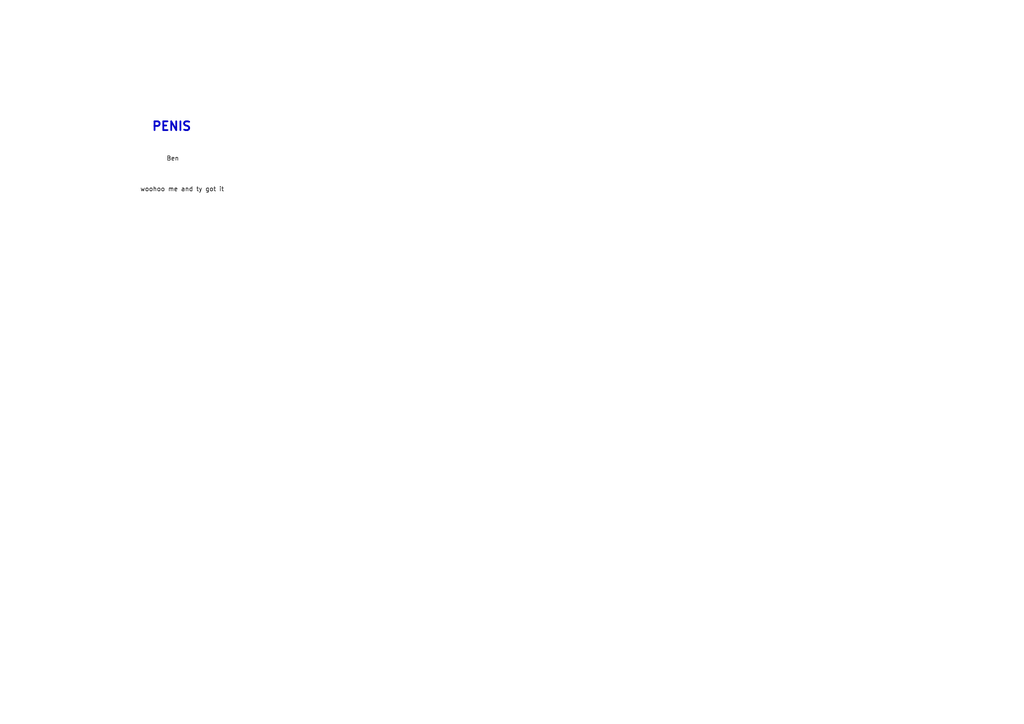
<source format=kicad_sch>
(kicad_sch
	(version 20231120)
	(generator "eeschema")
	(generator_version "8.0")
	(uuid "cdf98bf7-80ce-4b13-b655-e6c7c589c122")
	(paper "A4")
	(title_block
		(title "MudderBoard")
		(date "2024-02-28")
		(rev "1")
		(company "Iceberg ASV")
	)
	(lib_symbols)
	(text "PENIS\n"
		(exclude_from_sim no)
		(at 49.784 36.83 0)
		(effects
			(font
				(size 2.54 2.54)
				(thickness 0.508)
				(bold yes)
			)
		)
		(uuid "af29a6b7-cf9d-486d-8044-61cbd168072a")
	)
	(label "Ben"
		(at 48.26 46.99 0)
		(fields_autoplaced yes)
		(effects
			(font
				(size 1.27 1.27)
			)
			(justify left bottom)
		)
		(uuid "6bf402af-2a3a-4712-8567-db739247f354")
	)
	(label "woohoo me and ty got it"
		(at 40.64 55.88 0)
		(fields_autoplaced yes)
		(effects
			(font
				(size 1.27 1.27)
			)
			(justify left bottom)
		)
		(uuid "cda0686e-5d1f-47f4-baea-557839981b5c")
	)
	(sheet_instances
		(path "/"
			(page "1")
		)
	)
)
</source>
